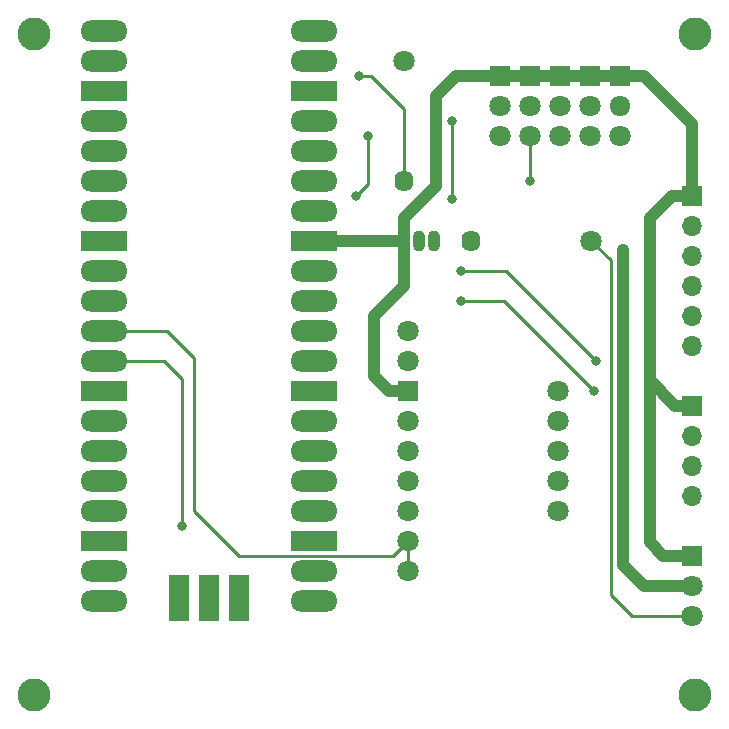
<source format=gbl>
%TF.GenerationSoftware,KiCad,Pcbnew,(6.0.0-0)*%
%TF.CreationDate,2022-07-23T10:22:29+09:00*%
%TF.ProjectId,drone_board,64726f6e-655f-4626-9f61-72642e6b6963,rev?*%
%TF.SameCoordinates,Original*%
%TF.FileFunction,Copper,L2,Bot*%
%TF.FilePolarity,Positive*%
%FSLAX46Y46*%
G04 Gerber Fmt 4.6, Leading zero omitted, Abs format (unit mm)*
G04 Created by KiCad (PCBNEW (6.0.0-0)) date 2022-07-23 10:22:29*
%MOMM*%
%LPD*%
G01*
G04 APERTURE LIST*
%TA.AperFunction,ComponentPad*%
%ADD10C,1.800000*%
%TD*%
%TA.AperFunction,ComponentPad*%
%ADD11O,1.800000X1.700000*%
%TD*%
%TA.AperFunction,ComponentPad*%
%ADD12R,1.800000X1.700000*%
%TD*%
%TA.AperFunction,ComponentPad*%
%ADD13R,1.050000X1.500000*%
%TD*%
%TA.AperFunction,ComponentPad*%
%ADD14O,1.050000X1.800000*%
%TD*%
%TA.AperFunction,ComponentPad*%
%ADD15R,1.800000X1.800000*%
%TD*%
%TA.AperFunction,ComponentPad*%
%ADD16O,4.000000X1.800000*%
%TD*%
%TA.AperFunction,ComponentPad*%
%ADD17R,4.000000X1.800000*%
%TD*%
%TA.AperFunction,ComponentPad*%
%ADD18R,1.800000X4.000000*%
%TD*%
%TA.AperFunction,ComponentPad*%
%ADD19O,1.600000X1.800000*%
%TD*%
%TA.AperFunction,ComponentPad*%
%ADD20R,1.700000X1.700000*%
%TD*%
%TA.AperFunction,ComponentPad*%
%ADD21O,1.700000X1.700000*%
%TD*%
%TA.AperFunction,ViaPad*%
%ADD22C,2.800000*%
%TD*%
%TA.AperFunction,ViaPad*%
%ADD23C,0.800000*%
%TD*%
%TA.AperFunction,Conductor*%
%ADD24C,1.000000*%
%TD*%
%TA.AperFunction,Conductor*%
%ADD25C,0.250000*%
%TD*%
G04 APERTURE END LIST*
D10*
%TO.P,GP6,1,Pin_1*%
%TO.N,Net-(GP6-Pad1)*%
X101600000Y-40640000D03*
D11*
%TO.P,GP6,2,Pin_2*%
%TO.N,+6V*%
X101600000Y-38100000D03*
D12*
%TO.P,GP6,3,Pin_3*%
%TO.N,GND*%
X101600000Y-35560000D03*
%TD*%
D13*
%TO.P,Q1,1,E*%
%TO.N,GND*%
X83312000Y-49530000D03*
D14*
%TO.P,Q1,2,C*%
%TO.N,Net-(Q1-Pad2)*%
X84582000Y-49530000D03*
%TO.P,Q1,3,B*%
%TO.N,Net-(Q1-Pad3)*%
X85852000Y-49530000D03*
%TD*%
D10*
%TO.P,U3,1,S.BUS*%
%TO.N,Net-(R2-Pad1)*%
X107696000Y-81280000D03*
%TO.P,U3,2,VCC*%
%TO.N,+6V*%
X107696000Y-78740000D03*
D15*
%TO.P,U3,3,GND*%
%TO.N,GND*%
X107696000Y-76200000D03*
%TD*%
D16*
%TO.P,U1,1,1*%
%TO.N,unconnected-(U1-Pad1)*%
X57912000Y-31750000D03*
%TO.P,U1,2,GPIO1*%
%TO.N,Net-(Q1-Pad2)*%
X57912000Y-34290000D03*
D17*
%TO.P,U1,3,GND*%
%TO.N,unconnected-(U1-Pad3)*%
X57912000Y-36830000D03*
D16*
%TO.P,U1,4,GPIO2/PWM1A*%
%TO.N,Net-(GP2-Pad1)*%
X57912000Y-39370000D03*
%TO.P,U1,5,GPIO3/PWM1B*%
%TO.N,Net-(GP3-Pad1)*%
X57912000Y-41910000D03*
%TO.P,U1,6,GPIO04/PWM2A*%
%TO.N,Net-(GP4-Pad1)*%
X57912000Y-44450000D03*
%TO.P,U1,7,GPIO5/PWM2B*%
%TO.N,Net-(GP5-Pad1)*%
X57912000Y-46990000D03*
D17*
%TO.P,U1,8,GND*%
%TO.N,unconnected-(U1-Pad8)*%
X57912000Y-49530000D03*
D16*
%TO.P,U1,9,GPIO6*%
%TO.N,Net-(GP6-Pad1)*%
X57912000Y-52070000D03*
%TO.P,U1,10,GPIO7*%
%TO.N,unconnected-(U1-Pad10)*%
X57912000Y-54610000D03*
%TO.P,U1,11,SPIRX/GPIO8*%
%TO.N,Net-(U2-Pad9)*%
X57912000Y-57150000D03*
%TO.P,U1,12,SPI1CSn/GPIO9*%
%TO.N,Net-(U1-Pad12)*%
X57912000Y-59690000D03*
D17*
%TO.P,U1,13,GND*%
%TO.N,unconnected-(U1-Pad13)*%
X57912000Y-62230000D03*
D16*
%TO.P,U1,14,SPI1TX/GPIO10*%
%TO.N,Net-(U1-Pad14)*%
X57912000Y-64770000D03*
%TO.P,U1,15,SPI1TX/GPIO11*%
%TO.N,Net-(U1-Pad15)*%
X57912000Y-67310000D03*
%TO.P,U1,16,16*%
%TO.N,unconnected-(U1-Pad16)*%
X57912000Y-69850000D03*
%TO.P,U1,17,SPI1CSn*%
%TO.N,Net-(U1-Pad17)*%
X57912000Y-72390000D03*
D17*
%TO.P,U1,18,GND*%
%TO.N,unconnected-(U1-Pad18)*%
X57912000Y-74930000D03*
D16*
%TO.P,U1,19,19*%
%TO.N,unconnected-(U1-Pad19)*%
X57912000Y-77470000D03*
%TO.P,U1,20,20*%
%TO.N,unconnected-(U1-Pad20)*%
X57912000Y-80010000D03*
%TO.P,U1,21,SPI0_RX*%
%TO.N,Net-(SPI1-Pad5)*%
X75692000Y-80010000D03*
%TO.P,U1,22,SPI0_CSn*%
%TO.N,Net-(SPI1-Pad4)*%
X75692000Y-77470000D03*
D17*
%TO.P,U1,23,GND*%
%TO.N,unconnected-(U1-Pad23)*%
X75692000Y-74930000D03*
D16*
%TO.P,U1,24,SPI0_SCK*%
%TO.N,Net-(SPI1-Pad3)*%
X75692000Y-72390000D03*
%TO.P,U1,25,SPI0_TX*%
%TO.N,Net-(SPI1-Pad2)*%
X75692000Y-69850000D03*
%TO.P,U1,26,26*%
%TO.N,unconnected-(U1-Pad26)*%
X75692000Y-67310000D03*
%TO.P,U1,27,27*%
%TO.N,unconnected-(U1-Pad27)*%
X75692000Y-64770000D03*
D17*
%TO.P,U1,28,GND*%
%TO.N,unconnected-(U1-Pad28)*%
X75692000Y-62230000D03*
D16*
%TO.P,U1,29,29*%
%TO.N,unconnected-(U1-Pad29)*%
X75692000Y-59690000D03*
%TO.P,U1,30,30*%
%TO.N,unconnected-(U1-Pad30)*%
X75692000Y-57150000D03*
%TO.P,U1,31,I2C1_SDA*%
%TO.N,Net-(I2C1-Pad3)*%
X75692000Y-54610000D03*
%TO.P,U1,32,I2C1_SCL*%
%TO.N,Net-(I2C1-Pad2)*%
X75692000Y-52070000D03*
D17*
%TO.P,U1,33,GND*%
%TO.N,GND*%
X75692000Y-49530000D03*
D16*
%TO.P,U1,34,34*%
%TO.N,unconnected-(U1-Pad34)*%
X75692000Y-46990000D03*
%TO.P,U1,35,35*%
%TO.N,unconnected-(U1-Pad35)*%
X75692000Y-44450000D03*
%TO.P,U1,36,3.3V*%
%TO.N,+3V3*%
X75692000Y-41910000D03*
%TO.P,U1,37,3.3EN*%
%TO.N,unconnected-(U1-Pad37)*%
X75692000Y-39370000D03*
D17*
%TO.P,U1,38,GND*%
%TO.N,unconnected-(U1-Pad38)*%
X75692000Y-36830000D03*
D16*
%TO.P,U1,39,VSYS*%
%TO.N,+6V*%
X75692000Y-34290000D03*
%TO.P,U1,40,VBUS*%
%TO.N,unconnected-(U1-Pad40)*%
X75692000Y-31750000D03*
D18*
%TO.P,U1,41*%
%TO.N,N/C*%
X66802000Y-79780000D03*
%TO.P,U1,42*%
X64262000Y-79780000D03*
%TO.P,U1,43*%
X69342000Y-79780000D03*
%TD*%
D10*
%TO.P,R1,1*%
%TO.N,+6V*%
X83312000Y-34290000D03*
D19*
%TO.P,R1,2*%
%TO.N,Net-(Q1-Pad2)*%
X83312000Y-44450000D03*
%TD*%
D10*
%TO.P,R2,1*%
%TO.N,Net-(R2-Pad1)*%
X99187000Y-49530000D03*
D19*
%TO.P,R2,2*%
%TO.N,Net-(Q1-Pad3)*%
X89027000Y-49530000D03*
%TD*%
D10*
%TO.P,U2,1,6v*%
%TO.N,+6V*%
X83712000Y-57150000D03*
%TO.P,U2,2,3v*%
%TO.N,unconnected-(U2-Pad2)*%
X83712000Y-59690000D03*
D15*
%TO.P,U2,3,GND*%
%TO.N,GND*%
X83712000Y-62230000D03*
D10*
%TO.P,U2,4,SCL*%
%TO.N,Net-(U1-Pad14)*%
X83712000Y-64770000D03*
%TO.P,U2,5,SDA*%
%TO.N,Net-(U1-Pad15)*%
X83712000Y-67310000D03*
%TO.P,U2,6,CSAG*%
%TO.N,Net-(U1-Pad17)*%
X83712000Y-69850000D03*
%TO.P,U2,7,CSM*%
%TO.N,Net-(U1-Pad12)*%
X83712000Y-72390000D03*
%TO.P,U2,8,SDO*%
%TO.N,Net-(U2-Pad9)*%
X83712000Y-74930000D03*
%TO.P,U2,9,DOM*%
X83712000Y-77470000D03*
%TO.P,U2,18*%
%TO.N,N/C*%
X96412000Y-62230000D03*
%TO.P,U2,19*%
X96412000Y-64770000D03*
%TO.P,U2,20*%
X96412000Y-67310000D03*
%TO.P,U2,21*%
X96412000Y-69850000D03*
%TO.P,U2,22*%
X96412000Y-72390000D03*
%TD*%
%TO.P,GP5,1,Pin_1*%
%TO.N,Net-(GP5-Pad1)*%
X91440000Y-40640000D03*
%TO.P,GP5,2,Pin_2*%
%TO.N,+6V*%
X91440000Y-38100000D03*
D15*
%TO.P,GP5,3,Pin_3*%
%TO.N,GND*%
X91440000Y-35560000D03*
%TD*%
D10*
%TO.P,GP4,1,Pin_1*%
%TO.N,Net-(GP4-Pad1)*%
X93980000Y-40640000D03*
%TO.P,GP4,2,Pin_2*%
%TO.N,+6V*%
X93980000Y-38100000D03*
D15*
%TO.P,GP4,3,Pin_3*%
%TO.N,GND*%
X93980000Y-35560000D03*
%TD*%
D20*
%TO.P,SPI1,1,Pin_1*%
%TO.N,GND*%
X107696000Y-45720000D03*
D21*
%TO.P,SPI1,2,Pin_2*%
%TO.N,Net-(SPI1-Pad2)*%
X107696000Y-48260000D03*
%TO.P,SPI1,3,Pin_3*%
%TO.N,Net-(SPI1-Pad3)*%
X107696000Y-50800000D03*
%TO.P,SPI1,4,Pin_4*%
%TO.N,Net-(SPI1-Pad4)*%
X107696000Y-53340000D03*
%TO.P,SPI1,5,Pin_5*%
%TO.N,Net-(SPI1-Pad5)*%
X107696000Y-55880000D03*
%TO.P,SPI1,6,Pin_6*%
%TO.N,+6V*%
X107696000Y-58420000D03*
%TD*%
D10*
%TO.P,GP3,1,Pin_1*%
%TO.N,Net-(GP3-Pad1)*%
X96520000Y-40625000D03*
%TO.P,GP3,2,Pin_2*%
%TO.N,+6V*%
X96520000Y-38085000D03*
D15*
%TO.P,GP3,3,Pin_3*%
%TO.N,GND*%
X96520000Y-35545000D03*
%TD*%
D10*
%TO.P,GP2,1,Pin_1*%
%TO.N,Net-(GP2-Pad1)*%
X99060000Y-40640000D03*
%TO.P,GP2,2,Pin_2*%
%TO.N,+6V*%
X99060000Y-38100000D03*
D12*
%TO.P,GP2,3,Pin_3*%
%TO.N,GND*%
X99060000Y-35560000D03*
%TD*%
D20*
%TO.P,I2C1,1,Pin_1*%
%TO.N,GND*%
X107696000Y-63500000D03*
D21*
%TO.P,I2C1,2,Pin_2*%
%TO.N,Net-(I2C1-Pad2)*%
X107696000Y-66040000D03*
%TO.P,I2C1,3,Pin_3*%
%TO.N,Net-(I2C1-Pad3)*%
X107696000Y-68580000D03*
%TO.P,I2C1,4,Pin_4*%
%TO.N,+6V*%
X107696000Y-71120000D03*
%TD*%
D22*
%TO.N,*%
X108000000Y-88000000D03*
X108000000Y-32000000D03*
X52000000Y-32000000D03*
X52000000Y-88000000D03*
D23*
%TO.N,+6V*%
X101854000Y-71120000D03*
X101854000Y-50292000D03*
X101854000Y-58420000D03*
%TO.N,Net-(U1-Pad12)*%
X64516000Y-73660000D03*
%TO.N,Net-(I2C1-Pad3)*%
X88138000Y-54610000D03*
X99441000Y-62230000D03*
%TO.N,Net-(I2C1-Pad2)*%
X99568000Y-59690000D03*
X88138000Y-52070000D03*
%TO.N,Net-(Q1-Pad2)*%
X79502000Y-35560000D03*
%TO.N,Net-(GP2-Pad1)*%
X87376000Y-39370000D03*
X87376000Y-45974000D03*
%TO.N,Net-(GP4-Pad1)*%
X93980000Y-44450000D03*
%TO.N,Net-(GP5-Pad1)*%
X79248000Y-45720000D03*
X80264000Y-40640000D03*
%TD*%
D24*
%TO.N,+6V*%
X101854000Y-71120000D02*
X101854000Y-76962000D01*
X101854000Y-50292000D02*
X101854000Y-58420000D01*
X103632000Y-78740000D02*
X107696000Y-78740000D01*
X101854000Y-58420000D02*
X101854000Y-71120000D01*
X101854000Y-76962000D02*
X103632000Y-78740000D01*
D25*
%TO.N,Net-(R2-Pad1)*%
X100838000Y-79502000D02*
X102616000Y-81280000D01*
X100838000Y-51181000D02*
X100838000Y-79502000D01*
X100838000Y-51181000D02*
X99187000Y-49530000D01*
X102616000Y-81280000D02*
X107696000Y-81280000D01*
%TO.N,Net-(U1-Pad12)*%
X62992000Y-59690000D02*
X57912000Y-59690000D01*
X64516000Y-73660000D02*
X64516000Y-61214000D01*
X64516000Y-61214000D02*
X62992000Y-59690000D01*
%TO.N,Net-(U2-Pad9)*%
X69387480Y-76245480D02*
X65532000Y-72390000D01*
X82396520Y-76245480D02*
X69387480Y-76245480D01*
X65532000Y-72390000D02*
X65532000Y-59436000D01*
X83712000Y-74930000D02*
X82396520Y-76245480D01*
X83712000Y-74930000D02*
X83712000Y-77470000D01*
X65532000Y-59436000D02*
X63246000Y-57150000D01*
X63246000Y-57150000D02*
X57912000Y-57150000D01*
D24*
%TO.N,GND*%
X107696000Y-39609000D02*
X107696000Y-45720000D01*
X103632000Y-35545000D02*
X103617000Y-35560000D01*
X82042000Y-62230000D02*
X83712000Y-62230000D01*
X86022489Y-44914511D02*
X86022489Y-37299511D01*
X82042000Y-62230000D02*
X80772000Y-60960000D01*
X105283000Y-76200000D02*
X107696000Y-76200000D01*
X103617000Y-35560000D02*
X87762000Y-35560000D01*
X106045000Y-45720000D02*
X104140000Y-47625000D01*
X107696000Y-39609000D02*
X103632000Y-35545000D01*
X80772000Y-55880000D02*
X83312000Y-53340000D01*
X104140000Y-75057000D02*
X105283000Y-76200000D01*
X83312000Y-49530000D02*
X75692000Y-49530000D01*
X107696000Y-63500000D02*
X106299000Y-63500000D01*
X83312000Y-47625000D02*
X86022489Y-44914511D01*
X104140000Y-61341000D02*
X104140000Y-75057000D01*
X104140000Y-47625000D02*
X104140000Y-61341000D01*
X83312000Y-49530000D02*
X83312000Y-47625000D01*
X106299000Y-63500000D02*
X104140000Y-61341000D01*
X83312000Y-53340000D02*
X83312000Y-49530000D01*
X86022489Y-37299511D02*
X87762000Y-35560000D01*
X107696000Y-45720000D02*
X106045000Y-45720000D01*
X80772000Y-60960000D02*
X80772000Y-55880000D01*
D25*
%TO.N,Net-(I2C1-Pad3)*%
X91821000Y-54610000D02*
X88138000Y-54610000D01*
X99441000Y-62230000D02*
X91821000Y-54610000D01*
%TO.N,Net-(I2C1-Pad2)*%
X91948000Y-52070000D02*
X88138000Y-52070000D01*
X99568000Y-59690000D02*
X91948000Y-52070000D01*
%TO.N,Net-(Q1-Pad2)*%
X80518000Y-35560000D02*
X83312000Y-38354000D01*
X79502000Y-35560000D02*
X80518000Y-35560000D01*
X83312000Y-38354000D02*
X83312000Y-44450000D01*
%TO.N,Net-(GP2-Pad1)*%
X87376000Y-45974000D02*
X87376000Y-39370000D01*
%TO.N,Net-(GP4-Pad1)*%
X93980000Y-40640000D02*
X93980000Y-44450000D01*
%TO.N,Net-(GP5-Pad1)*%
X80264000Y-40640000D02*
X80264000Y-44704000D01*
X80264000Y-44704000D02*
X79248000Y-45720000D01*
%TD*%
M02*

</source>
